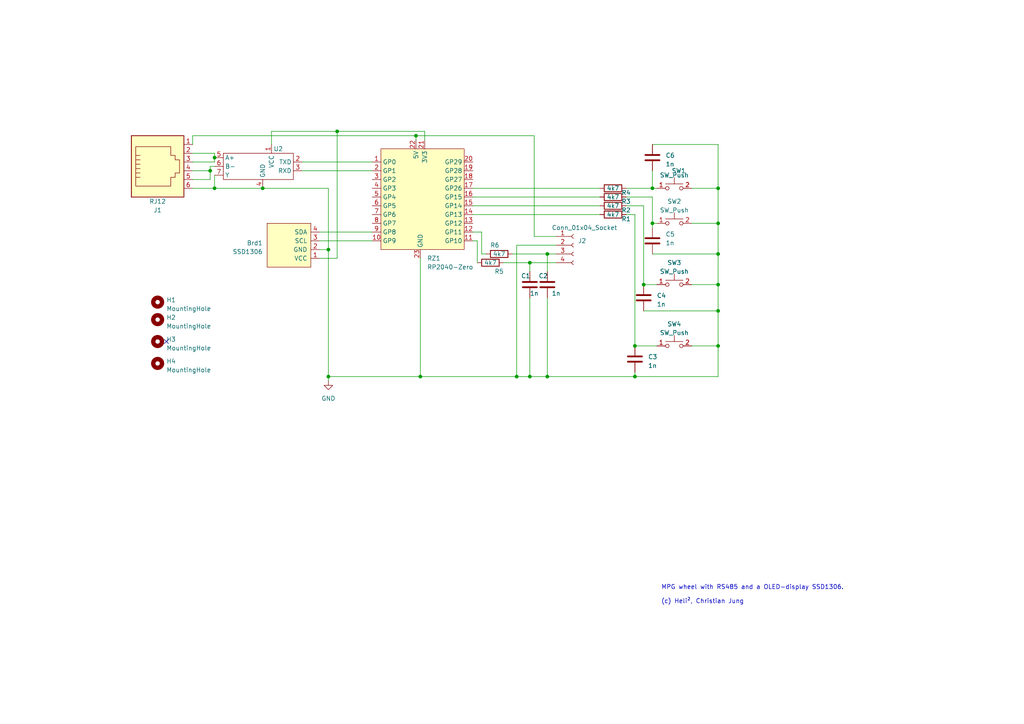
<source format=kicad_sch>
(kicad_sch (version 20230121) (generator eeschema)
  (paper "A4")
  (lib_symbols
    (symbol "Connector:Conn_01x04_Socket" (pin_names (offset 1.016) hide)
      (property "Reference" "J" (at 0 5.08 0))
      (property "Value" "Conn_01x04_Socket" (at 0 -7.62 0))
      (symbol "Conn_01x04_Socket_1_1"
        (arc (start 0 -4.572) (mid -0.5058 -5.08) (end 0 -5.588) (stroke (width 0.1524)))
        (arc (start 0 -2.032) (mid -0.5058 -2.54) (end 0 -3.048) (stroke (width 0.1524)))
        (polyline (pts (xy -1.27 -5.08) (xy -0.508 -5.08)) (stroke (width 0.1524)))
        (polyline (pts (xy -1.27 -2.54) (xy -0.508 -2.54)) (stroke (width 0.1524)))
        (polyline (pts (xy -1.27 0) (xy -0.508 0)) (stroke (width 0.1524)))
        (polyline (pts (xy -1.27 2.54) (xy -0.508 2.54)) (stroke (width 0.1524)))
        (arc (start 0 0.508) (mid -0.5058 0) (end 0 -0.508) (stroke (width 0.1524)))
        (arc (start 0 3.048) (mid -0.5058 2.54) (end 0 2.032) (stroke (width 0.1524)))
        (pin passive line (at -5.08 2.54 0) (length 3.81) (name "Pin_1") (number "1"))
        (pin passive line (at -5.08 0 0) (length 3.81) (name "Pin_2") (number "2"))
        (pin passive line (at -5.08 -2.54 0) (length 3.81) (name "Pin_3") (number "3"))
        (pin passive line (at -5.08 -5.08 0) (length 3.81) (name "Pin_4") (number "4"))
      )
    )
    (symbol "Connector:RJ12" (pin_names (offset 1.016))
      (property "Reference" "J" (at -5.08 11.43 0))
      (property "Value" "RJ12" (at 2.54 11.43 0))
      (symbol "RJ12_0_1"
        (polyline (pts (xy -6.35 -1.905) (xy -5.08 -1.905) (xy -5.08 -1.905)))
        (polyline (pts (xy -6.35 -0.635) (xy -5.08 -0.635) (xy -5.08 -0.635)))
        (polyline (pts (xy -6.35 0.635) (xy -5.08 0.635) (xy -5.08 0.635)))
        (polyline (pts (xy -6.35 1.905) (xy -5.08 1.905) (xy -5.08 1.905)))
        (polyline (pts (xy -6.35 3.175) (xy -5.08 3.175) (xy -5.08 3.175)))
        (polyline (pts (xy -5.08 4.445) (xy -6.35 4.445) (xy -6.35 4.445)))
        (polyline (pts (xy -6.35 -4.445) (xy -6.35 6.985) (xy 3.81 6.985) (xy 3.81 4.445) (xy 5.08 4.445) (xy 5.08 3.175) (xy 6.35 3.175) (xy 6.35 -0.635) (xy 5.08 -0.635) (xy 5.08 -1.905) (xy 3.81 -1.905) (xy 3.81 -4.445) (xy -6.35 -4.445) (xy -6.35 -4.445)))
        (rectangle (start 7.62 10.16) (end -7.62 -7.62) (stroke (width 0.254)) (fill (type background)))
      )
      (symbol "RJ12_1_1"
        (pin passive line (at 10.16 -5.08 180) (length 2.54) (name "~") (number "1"))
        (pin passive line (at 10.16 -2.54 180) (length 2.54) (name "~") (number "2"))
        (pin passive line (at 10.16 0 180) (length 2.54) (name "~") (number "3"))
        (pin passive line (at 10.16 2.54 180) (length 2.54) (name "~") (number "4"))
        (pin passive line (at 10.16 5.08 180) (length 2.54) (name "~") (number "5"))
        (pin passive line (at 10.16 7.62 180) (length 2.54) (name "~") (number "6"))
      )
    )
    (symbol "Device:C" (pin_numbers hide) (pin_names (offset 0.254))
      (property "Reference" "C" (at 0.635 2.54 0))
      (property "Value" "C" (at 0.635 -2.54 0))
      (symbol "C_0_1"
        (polyline (pts (xy -2.032 -0.762) (xy 2.032 -0.762)) (stroke (width 0.508)))
        (polyline (pts (xy -2.032 0.762) (xy 2.032 0.762)) (stroke (width 0.508)))
      )
      (symbol "C_1_1"
        (pin passive line (at 0 3.81 270) (length 2.794) (name "~") (number "1"))
        (pin passive line (at 0 -3.81 90) (length 2.794) (name "~") (number "2"))
      )
    )
    (symbol "Device:R" (pin_numbers hide) (pin_names (offset 0))
      (property "Reference" "R" (at 2.032 0 90))
      (property "Value" "R" (at 0 0 90))
      (symbol "R_0_1"
        (rectangle (start -1.016 -2.54) (end 1.016 2.54) (stroke (width 0.254)))
      )
      (symbol "R_1_1"
        (pin passive line (at 0 3.81 270) (length 1.27) (name "~") (number "1"))
        (pin passive line (at 0 -3.81 90) (length 1.27) (name "~") (number "2"))
      )
    )
    (symbol "Heli2:RP2040-Zero"
      (property "Reference" "RZ" (at 0 0 0))
      (property "Value" "RP2040-Zero" (at 0 -2.54 0))
      (symbol "RP2040-Zero_0_1"
        (rectangle (start -11.43 -15.24) (end 12.7 13.97) (fill (type background)))
      )
      (symbol "RP2040-Zero_1_1"
        (pin bidirectional line (at -13.97 10.16 0) (length 2.54) (name "GP0") (number "1"))
        (pin bidirectional line (at -13.97 -12.7 0) (length 2.54) (name "GP9") (number "10"))
        (pin bidirectional line (at 15.24 -12.7 180) (length 2.54) (name "GP10") (number "11"))
        (pin bidirectional line (at 15.24 -10.16 180) (length 2.54) (name "GP11") (number "12"))
        (pin bidirectional line (at 15.24 -7.62 180) (length 2.54) (name "GP12") (number "13"))
        (pin bidirectional line (at 15.24 -5.08 180) (length 2.54) (name "GP13") (number "14"))
        (pin bidirectional line (at 15.24 -2.54 180) (length 2.54) (name "GP14") (number "15"))
        (pin bidirectional line (at 15.24 0 180) (length 2.54) (name "GP15") (number "16"))
        (pin bidirectional line (at 15.24 2.54 180) (length 2.54) (name "GP26") (number "17"))
        (pin bidirectional line (at 15.24 5.08 180) (length 2.54) (name "GP27") (number "18"))
        (pin bidirectional line (at 15.24 7.62 180) (length 2.54) (name "GP28") (number "19"))
        (pin bidirectional line (at -13.97 7.62 0) (length 2.54) (name "GP1") (number "2"))
        (pin bidirectional line (at 15.24 10.16 180) (length 2.54) (name "GP29") (number "20"))
        (pin power_in line (at 1.27 16.51 270) (length 2.54) (name "3V3") (number "21"))
        (pin power_in line (at -1.27 16.51 270) (length 2.54) (name "5V") (number "22"))
        (pin power_in line (at 0 -17.78 90) (length 2.54) (name "GND") (number "23"))
        (pin bidirectional line (at -13.97 5.08 0) (length 2.54) (name "GP2") (number "3"))
        (pin bidirectional line (at -13.97 2.54 0) (length 2.54) (name "GP3") (number "4"))
        (pin bidirectional line (at -13.97 0 0) (length 2.54) (name "GP4") (number "5"))
        (pin bidirectional line (at -13.97 -2.54 0) (length 2.54) (name "GP5") (number "6"))
        (pin bidirectional line (at -13.97 -5.08 0) (length 2.54) (name "GP6") (number "7"))
        (pin bidirectional line (at -13.97 -7.62 0) (length 2.54) (name "GP7") (number "8"))
        (pin bidirectional line (at -13.97 -10.16 0) (length 2.54) (name "GP8") (number "9"))
      )
    )
    (symbol "Heli2:RS485_2_TTL_UART"
      (property "Reference" "U" (at 0 0 0))
      (symbol "RS485_2_TTL_UART_0_1"
        (rectangle (start -7.62 -1.27) (end 12.7 -8.89))
      )
      (symbol "RS485_2_TTL_UART_1_0"
        (pin output line (at -10.16 -6.35 0) (length 2.54) (name "RXD") (number "3"))
        (pin input line (at 1.27 -11.43 90) (length 2.54) (name "GND") (number "4"))
        (pin bidirectional line (at 15.24 -2.54 180) (length 2.54) (name "A+") (number "5"))
        (pin bidirectional line (at 15.24 -5.08 180) (length 2.54) (name "B-") (number "6"))
        (pin bidirectional line (at 15.24 -7.62 180) (length 2.54) (name "Y") (number "7"))
      )
      (symbol "RS485_2_TTL_UART_1_1"
        (pin input line (at -1.27 1.27 270) (length 2.54) (name "VCC") (number "1"))
        (pin input line (at -10.16 -3.81 0) (length 2.54) (name "TXD") (number "2"))
      )
    )
    (symbol "Mechanical:MountingHole" (pin_names (offset 1.016))
      (property "Reference" "H" (at 0 5.08 0))
      (property "Value" "MountingHole" (at 0 3.175 0))
      (symbol "MountingHole_0_1"
        (circle (center 0 0) (radius 1.27) (stroke (width 1.27)))
      )
    )
    (symbol "SW_Push_1" (pin_names (offset 1.016) hide)
      (property "Reference" "SW" (at 1.27 2.54 0))
      (property "Value" "SW_Push" (at 0 -1.524 0))
      (symbol "SW_Push_1_0_1"
        (circle (center -2.032 0) (radius 0.508))
        (polyline (pts (xy 0 1.27) (xy 0 3.048)))
        (polyline (pts (xy 2.54 1.27) (xy -2.54 1.27)))
        (circle (center 2.032 0) (radius 0.508))
        (pin passive line (at -5.08 0 0) (length 2.54) (name "1") (number "1"))
        (pin passive line (at 5.08 0 180) (length 2.54) (name "2") (number "2"))
      )
    )
    (symbol "SW_Push_2" (pin_names (offset 1.016) hide)
      (property "Reference" "SW" (at 1.27 2.54 0))
      (property "Value" "SW_Push" (at 0 -1.524 0))
      (symbol "SW_Push_2_0_1"
        (circle (center -2.032 0) (radius 0.508))
        (polyline (pts (xy 0 1.27) (xy 0 3.048)))
        (polyline (pts (xy 2.54 1.27) (xy -2.54 1.27)))
        (circle (center 2.032 0) (radius 0.508))
        (pin passive line (at -5.08 0 0) (length 2.54) (name "1") (number "1"))
        (pin passive line (at 5.08 0 180) (length 2.54) (name "2") (number "2"))
      )
    )
    (symbol "SW_Push_3" (pin_names (offset 1.016) hide)
      (property "Reference" "SW" (at 1.27 2.54 0))
      (property "Value" "SW_Push" (at 0 -1.524 0))
      (symbol "SW_Push_3_0_1"
        (circle (center -2.032 0) (radius 0.508))
        (polyline (pts (xy 0 1.27) (xy 0 3.048)))
        (polyline (pts (xy 2.54 1.27) (xy -2.54 1.27)))
        (circle (center 2.032 0) (radius 0.508))
        (pin passive line (at -5.08 0 0) (length 2.54) (name "1") (number "1"))
        (pin passive line (at 5.08 0 180) (length 2.54) (name "2") (number "2"))
      )
    )
    (symbol "Switch:SW_Push" (pin_names (offset 1.016) hide)
      (property "Reference" "SW" (at 1.27 2.54 0))
      (property "Value" "SW_Push" (at 0 -1.524 0))
      (symbol "SW_Push_0_1"
        (circle (center -2.032 0) (radius 0.508))
        (polyline (pts (xy 0 1.27) (xy 0 3.048)))
        (polyline (pts (xy 2.54 1.27) (xy -2.54 1.27)))
        (circle (center 2.032 0) (radius 0.508))
        (pin passive line (at -5.08 0 0) (length 2.54) (name "1") (number "1"))
        (pin passive line (at 5.08 0 180) (length 2.54) (name "2") (number "2"))
      )
    )
    (symbol "oled_lcd_tft_displays:SSD1306" (pin_names (offset 1.016))
      (property "Reference" "Brd" (at 0 -3.81 0))
      (property "Value" "SSD1306" (at 0 -1.27 0))
      (symbol "SSD1306_0_1"
        (rectangle (start -6.35 6.35) (end 6.35 -6.35) (fill (type background)))
      )
      (symbol "SSD1306_1_1"
        (pin input line (at -3.81 8.89 270) (length 2.54) (name "VCC") (number "1"))
        (pin input line (at -1.27 8.89 270) (length 2.54) (name "GND") (number "2"))
        (pin input line (at 1.27 8.89 270) (length 2.54) (name "SCL") (number "3"))
        (pin input line (at 3.81 8.89 270) (length 2.54) (name "SDA") (number "4"))
      )
    )
    (symbol "power:GND" (power) (pin_names (offset 0))
      (property "Value" "GND" (at 0 -3.81 0))
      (symbol "GND_0_1"
        (polyline (pts (xy 0 0) (xy 0 -1.27) (xy 1.27 -1.27) (xy 0 -2.54) (xy -1.27 -1.27) (xy 0 -1.27)))
      )
      (symbol "GND_1_1"
        (pin power_in line (at 0 0 270) (length 0) hide (name "GND") (number "1"))
      )
    )
  )
  (junction (at 60.96 49.53))
  (junction (at 184.15 109.22))
  (junction (at 208.28 54.61))
  (junction (at 97.79 38.1))
  (junction (at 208.28 90.17))
  (junction (at 186.69 82.55))
  (junction (at 189.23 64.77))
  (junction (at 62.23 54.61))
  (junction (at 158.75 73.66))
  (junction (at 95.25 72.39))
  (junction (at 153.67 109.22))
  (junction (at 62.23 45.72))
  (junction (at 184.15 100.33))
  (junction (at 189.23 54.61))
  (junction (at 153.67 76.2))
  (junction (at 208.28 100.33))
  (junction (at 208.28 82.55))
  (junction (at 95.25 109.22))
  (junction (at 208.28 64.77))
  (junction (at 158.75 109.22))
  (junction (at 208.28 73.66))
  (junction (at 149.86 109.22))
  (junction (at 121.92 109.22))
  (junction (at 76.2 54.61))
  (junction (at 120.65 39.37))
  (no_connect (at 48.26 99.06))
  (wire (pts (xy 92.71 67.31) (xy 107.95 67.31)))
  (wire (pts (xy 137.16 69.85) (xy 138.43 69.85)))
  (wire (pts (xy 184.15 100.33) (xy 190.5 100.33)))
  (wire (pts (xy 153.67 109.22) (xy 158.75 109.22)))
  (wire (pts (xy 78.74 38.1) (xy 97.79 38.1)))
  (wire (pts (xy 60.96 48.26) (xy 62.23 48.26)))
  (wire (pts (xy 184.15 62.23) (xy 184.15 100.33)))
  (wire (pts (xy 153.67 76.2) (xy 153.67 78.74)))
  (wire (pts (xy 120.65 39.37) (xy 154.94 39.37)))
  (wire (pts (xy 200.66 100.33) (xy 208.28 100.33)))
  (wire (pts (xy 158.75 73.66) (xy 158.75 78.74)))
  (wire (pts (xy 62.23 44.45) (xy 62.23 45.72)))
  (wire (pts (xy 158.75 109.22) (xy 184.15 109.22)))
  (wire (pts (xy 137.16 62.23) (xy 173.99 62.23)))
  (wire (pts (xy 55.88 44.45) (xy 62.23 44.45)))
  (wire (pts (xy 189.23 41.91) (xy 208.28 41.91)))
  (wire (pts (xy 139.7 67.31) (xy 139.7 73.66)))
  (wire (pts (xy 200.66 54.61) (xy 208.28 54.61)))
  (wire (pts (xy 55.88 52.07) (xy 60.96 52.07)))
  (wire (pts (xy 92.71 74.93) (xy 97.79 74.93)))
  (wire (pts (xy 186.69 59.69) (xy 186.69 82.55)))
  (wire (pts (xy 137.16 59.69) (xy 173.99 59.69)))
  (wire (pts (xy 154.94 39.37) (xy 154.94 68.58)))
  (wire (pts (xy 208.28 54.61) (xy 208.28 64.77)))
  (wire (pts (xy 149.86 71.12) (xy 149.86 109.22)))
  (wire (pts (xy 137.16 67.31) (xy 139.7 67.31)))
  (wire (pts (xy 139.7 73.66) (xy 140.97 73.66)))
  (wire (pts (xy 55.88 41.91) (xy 55.88 39.37)))
  (wire (pts (xy 62.23 54.61) (xy 76.2 54.61)))
  (wire (pts (xy 189.23 64.77) (xy 190.5 64.77)))
  (wire (pts (xy 87.63 49.53) (xy 107.95 49.53)))
  (wire (pts (xy 78.74 41.91) (xy 78.74 38.1)))
  (wire (pts (xy 60.96 49.53) (xy 60.96 48.26)))
  (wire (pts (xy 121.92 109.22) (xy 149.86 109.22)))
  (wire (pts (xy 208.28 41.91) (xy 208.28 54.61)))
  (wire (pts (xy 137.16 57.15) (xy 173.99 57.15)))
  (wire (pts (xy 189.23 64.77) (xy 189.23 66.04)))
  (wire (pts (xy 137.16 54.61) (xy 173.99 54.61)))
  (wire (pts (xy 153.67 86.36) (xy 153.67 109.22)))
  (wire (pts (xy 208.28 100.33) (xy 208.28 109.22)))
  (wire (pts (xy 123.19 38.1) (xy 123.19 40.64)))
  (wire (pts (xy 60.96 52.07) (xy 60.96 49.53)))
  (wire (pts (xy 158.75 86.36) (xy 158.75 109.22)))
  (wire (pts (xy 208.28 73.66) (xy 208.28 82.55)))
  (wire (pts (xy 189.23 57.15) (xy 189.23 64.77)))
  (wire (pts (xy 95.25 109.22) (xy 121.92 109.22)))
  (wire (pts (xy 189.23 49.53) (xy 189.23 54.61)))
  (wire (pts (xy 161.29 71.12) (xy 149.86 71.12)))
  (wire (pts (xy 153.67 76.2) (xy 161.29 76.2)))
  (wire (pts (xy 208.28 82.55) (xy 208.28 90.17)))
  (wire (pts (xy 55.88 49.53) (xy 60.96 49.53)))
  (wire (pts (xy 95.25 72.39) (xy 95.25 109.22)))
  (wire (pts (xy 55.88 46.99) (xy 62.23 46.99)))
  (wire (pts (xy 62.23 54.61) (xy 62.23 50.8)))
  (wire (pts (xy 120.65 39.37) (xy 120.65 40.64)))
  (wire (pts (xy 181.61 57.15) (xy 189.23 57.15)))
  (wire (pts (xy 158.75 73.66) (xy 161.29 73.66)))
  (wire (pts (xy 184.15 107.95) (xy 184.15 109.22)))
  (wire (pts (xy 154.94 68.58) (xy 161.29 68.58)))
  (wire (pts (xy 146.05 76.2) (xy 153.67 76.2)))
  (wire (pts (xy 138.43 69.85) (xy 138.43 76.2)))
  (wire (pts (xy 95.25 72.39) (xy 95.25 54.61)))
  (wire (pts (xy 186.69 82.55) (xy 190.5 82.55)))
  (wire (pts (xy 181.61 59.69) (xy 186.69 59.69)))
  (wire (pts (xy 62.23 45.72) (xy 62.23 46.99)))
  (wire (pts (xy 121.92 74.93) (xy 121.92 109.22)))
  (wire (pts (xy 181.61 54.61) (xy 189.23 54.61)))
  (wire (pts (xy 55.88 54.61) (xy 62.23 54.61)))
  (wire (pts (xy 200.66 82.55) (xy 208.28 82.55)))
  (wire (pts (xy 181.61 62.23) (xy 184.15 62.23)))
  (wire (pts (xy 95.25 109.22) (xy 95.25 110.49)))
  (wire (pts (xy 148.59 73.66) (xy 158.75 73.66)))
  (wire (pts (xy 189.23 54.61) (xy 190.5 54.61)))
  (wire (pts (xy 208.28 64.77) (xy 208.28 73.66)))
  (wire (pts (xy 149.86 109.22) (xy 153.67 109.22)))
  (wire (pts (xy 189.23 73.66) (xy 208.28 73.66)))
  (wire (pts (xy 76.2 54.61) (xy 95.25 54.61)))
  (wire (pts (xy 208.28 90.17) (xy 208.28 100.33)))
  (wire (pts (xy 92.71 72.39) (xy 95.25 72.39)))
  (wire (pts (xy 97.79 38.1) (xy 97.79 74.93)))
  (wire (pts (xy 186.69 90.17) (xy 208.28 90.17)))
  (wire (pts (xy 184.15 109.22) (xy 208.28 109.22)))
  (wire (pts (xy 87.63 46.99) (xy 107.95 46.99)))
  (wire (pts (xy 92.71 69.85) (xy 107.95 69.85)))
  (wire (pts (xy 200.66 64.77) (xy 208.28 64.77)))
  (wire (pts (xy 55.88 39.37) (xy 120.65 39.37)))
  (wire (pts (xy 97.79 38.1) (xy 123.19 38.1)))
  (text "MPG wheel with RS485 and a OLED-display SSD1306.\n\n(c) Heli², Christian Jung" (at 191.77 175.26 0) (effects (font (size 1.27 1.27)) (justify left bottom)))
  (symbol (lib_id "oled_lcd_tft_displays:SSD1306") (at 83.82 71.12 270) (mirror x) (unit 1)
    (property "Reference" "Brd1" (at 76.2 70.485 90) (effects (justify right)))
    (property "Value" "SSD1306" (at 76.2 73.025 90) (effects (justify right)))
    (property "Footprint" "Heli2:128x64OLED" (effects hide))
  )
  (symbol (lib_id "Device:C") (at 158.75 82.55 0) (unit 1)
    (property "Reference" "C2" (at 156.21 80.01 0) (effects (justify left)))
    (property "Value" "1n" (at 160.02 85.09 0) (effects (justify left)))
  )
  (symbol (lib_id "power:GND") (at 95.25 110.49 0) (unit 1)
    (property "Reference" "#PWR01" (effects hide))
    (property "Value" "GND" (at 95.25 115.57 0))
  )
  (symbol (lib_id "Device:R") (at 142.24 76.2 90) (unit 1)
    (property "Reference" "R5" (at 144.78 78.74 90))
    (property "Value" "4k7" (at 142.24 76.2 90))
    (property "Footprint" "Resistor_THT:R_Axial_DIN0204_L3.6mm_D1.6mm_P5.08mm_Horizontal" (effects hide))
  )
  (symbol (lib_name "SW_Push_2") (lib_id "Switch:SW_Push") (at 195.58 54.61 0) (unit 1)
    (property "Reference" "SW1" (at 196.85 49.53 0))
    (property "Value" "SW_Push" (at 195.58 50.8 0))
    (property "Footprint" "Heli2:Drucktaster_12x12" (effects hide))
  )
  (symbol (lib_id "Heli2:RS485_2_TTL_UART") (at 77.47 43.18 0) (mirror y) (unit 1)
    (property "Reference" "U2" (at 79.3241 43.18 0) (effects (justify right)))
    (property "Value" "RS485_2_TTL_UART" (effects hide))
    (property "Footprint" "Heli2:RS485_2_TTL_UART" (effects hide))
    (property "Datasheet" "C:\\Users\\49163\\Documents\\KiCad\\7.0\\manuals\\RS485_To_TTL_UART.pdf" (effects hide))
  )
  (symbol (lib_id "Mechanical:MountingHole") (at 45.72 87.63 0) (unit 1)
    (property "Reference" "H1" (at 48.26 86.995 0) (effects (justify left)))
    (property "Value" "MountingHole" (at 48.26 89.535 0) (effects (justify left)))
    (property "Footprint" "MountingHole:MountingHole_3.2mm_M3_DIN965" (effects hide))
  )
  (symbol (lib_id "Mechanical:MountingHole") (at 45.72 92.71 0) (unit 1)
    (property "Reference" "H2" (at 48.26 92.075 0) (effects (justify left)))
    (property "Value" "MountingHole" (at 48.26 94.615 0) (effects (justify left)))
    (property "Footprint" "MountingHole:MountingHole_3.2mm_M3_DIN965" (effects hide))
  )
  (symbol (lib_id "Device:C") (at 189.23 45.72 0) (unit 1)
    (property "Reference" "C6" (at 193.04 45.085 0) (effects (justify left)))
    (property "Value" "1n" (at 193.04 47.625 0) (effects (justify left)))
  )
  (symbol (lib_id "Mechanical:MountingHole") (at 45.72 105.41 0) (unit 1)
    (property "Reference" "H4" (at 48.26 104.775 0) (effects (justify left)))
    (property "Value" "MountingHole" (at 48.26 107.315 0) (effects (justify left)))
    (property "Footprint" "MountingHole:MountingHole_3.2mm_M3_DIN965" (effects hide))
  )
  (symbol (lib_name "SW_Push_1") (lib_id "Switch:SW_Push") (at 195.58 64.77 0) (unit 1)
    (property "Reference" "SW2" (at 195.58 58.42 0))
    (property "Value" "SW_Push" (at 195.58 60.96 0))
    (property "Footprint" "Heli2:Drucktaster_12x12" (effects hide))
  )
  (symbol (lib_id "Device:R") (at 144.78 73.66 90) (unit 1)
    (property "Reference" "R6" (at 143.51 71.12 90))
    (property "Value" "4k7" (at 144.78 73.66 90))
    (property "Footprint" "Resistor_THT:R_Axial_DIN0204_L3.6mm_D1.6mm_P5.08mm_Horizontal" (effects hide))
  )
  (symbol (lib_id "Device:R") (at 177.8 57.15 90) (unit 1)
    (property "Reference" "R3" (at 181.61 58.42 90))
    (property "Value" "4k7" (at 177.8 57.15 90))
    (property "Footprint" "Resistor_THT:R_Axial_DIN0204_L3.6mm_D1.6mm_P5.08mm_Horizontal" (effects hide))
  )
  (symbol (lib_id "Device:R") (at 177.8 54.61 90) (unit 1)
    (property "Reference" "R4" (at 181.61 55.88 90))
    (property "Value" "4k7" (at 177.8 54.61 90))
    (property "Footprint" "Resistor_THT:R_Axial_DIN0204_L3.6mm_D1.6mm_P5.08mm_Horizontal" (effects hide))
  )
  (symbol (lib_name "SW_Push_3") (lib_id "Switch:SW_Push") (at 195.58 82.55 0) (unit 1)
    (property "Reference" "SW3" (at 195.58 76.2 0))
    (property "Value" "SW_Push" (at 195.58 78.74 0))
    (property "Footprint" "Heli2:Drucktaster_12x12" (effects hide))
  )
  (symbol (lib_id "Device:C") (at 189.23 69.85 0) (unit 1)
    (property "Reference" "C5" (at 193.04 67.945 0) (effects (justify left)))
    (property "Value" "1n" (at 193.04 70.485 0) (effects (justify left)))
  )
  (symbol (lib_id "Mechanical:MountingHole") (at 45.72 99.06 0) (unit 1)
    (property "Reference" "H3" (at 48.26 98.425 0) (effects (justify left)))
    (property "Value" "MountingHole" (at 48.26 100.965 0) (effects (justify left)))
    (property "Footprint" "MountingHole:MountingHole_3.2mm_M3_DIN965" (effects hide))
  )
  (symbol (lib_id "Switch:SW_Push") (at 195.58 100.33 0) (unit 1)
    (property "Reference" "SW4" (at 195.58 93.98 0))
    (property "Value" "SW_Push" (at 195.58 96.52 0))
    (property "Footprint" "Heli2:Drucktaster_12x12" (effects hide))
  )
  (symbol (lib_id "Device:C") (at 153.67 82.55 0) (unit 1)
    (property "Reference" "C1" (at 151.13 80.01 0) (effects (justify left)))
    (property "Value" "1n" (at 153.67 85.09 0) (effects (justify left)))
  )
  (symbol (lib_id "Connector:Conn_01x04_Socket") (at 166.37 71.12 0) (unit 1)
    (property "Reference" "J2" (at 167.64 69.85 0) (effects (justify left)))
    (property "Value" "Conn_01x04_Socket" (at 160.02 66.04 0) (effects (justify left)))
    (property "Footprint" "Connector_Molex:Molex_KK-254_AE-6410-04A_1x04_P2.54mm_Vertical" (effects hide))
  )
  (symbol (lib_id "Connector:RJ12") (at 45.72 46.99 0) (mirror x) (unit 1)
    (property "Reference" "J1" (at 45.72 60.96 0))
    (property "Value" "RJ12" (at 45.72 58.42 0))
    (property "Footprint" "Connector_RJ:RJ12_Amphenol_54601" (effects hide))
  )
  (symbol (lib_id "Device:R") (at 177.8 59.69 90) (unit 1)
    (property "Reference" "R2" (at 181.61 60.96 90))
    (property "Value" "4k7" (at 177.8 59.69 90))
    (property "Footprint" "Resistor_THT:R_Axial_DIN0204_L3.6mm_D1.6mm_P5.08mm_Horizontal" (effects hide))
  )
  (symbol (lib_id "Device:C") (at 186.69 86.36 0) (unit 1)
    (property "Reference" "C4" (at 190.5 85.725 0) (effects (justify left)))
    (property "Value" "1n" (at 190.5 88.265 0) (effects (justify left)))
  )
  (symbol (lib_id "Device:C") (at 184.15 104.14 0) (unit 1)
    (property "Reference" "C3" (at 187.96 103.505 0) (effects (justify left)))
    (property "Value" "1n" (at 187.96 106.045 0) (effects (justify left)))
  )
  (symbol (lib_id "Heli2:RP2040-Zero") (at 121.92 57.15 0) (unit 1)
    (property "Reference" "RZ1" (at 123.8759 74.93 0) (effects (justify left)))
    (property "Value" "RP2040-Zero" (at 123.8759 77.47 0) (effects (justify left)))
    (property "Footprint" "Heli2:RP2040-Zero" (effects hide))
  )
  (symbol (lib_id "Device:R") (at 177.8 62.23 90) (unit 1)
    (property "Reference" "R1" (at 181.61 63.5 90))
    (property "Value" "4k7" (at 177.8 62.23 90))
    (property "Footprint" "Resistor_THT:R_Axial_DIN0204_L3.6mm_D1.6mm_P5.08mm_Horizontal" (effects hide))
  )
)
</source>
